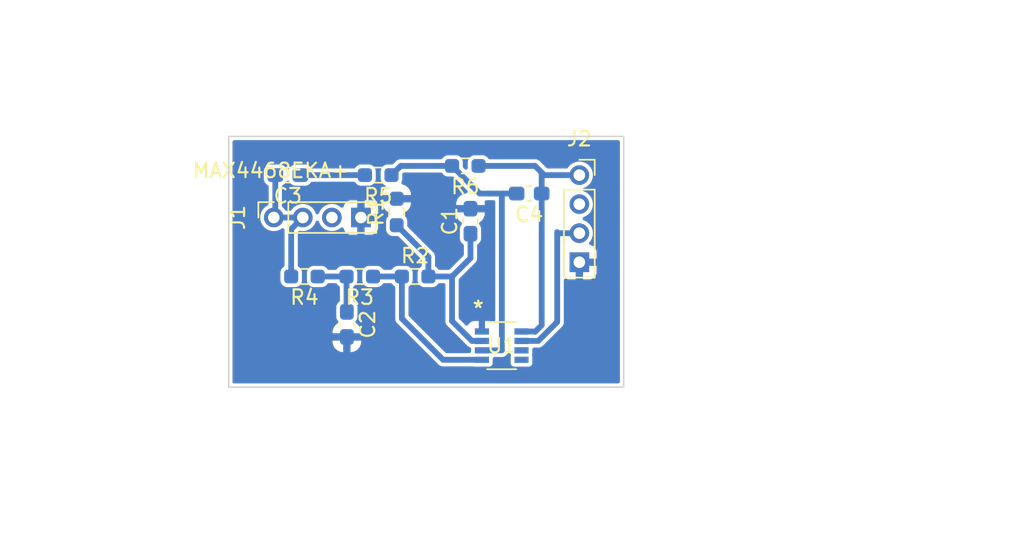
<source format=kicad_pcb>
(kicad_pcb (version 20211014) (generator pcbnew)
  (layers (0 "F.Cu" signal) (31 "B.Cu" signal) (34 "B.Paste" user) (35 "F.Paste" user) (36 "B.SilkS" user "B.Silkscreen") (37 "F.SilkS" user "F.Silkscreen") (38 "B.Mask" user) (39 "F.Mask" user) (44 "Edge.Cuts" user))
  (net 0 "")
  (net 1 "/IN+")
  (net 2 "Net-(R3-Pad2)")
  (net 3 "Net-(C3-Pad1)")
  (net 4 "/MICRO")
  (net 5 "/OUT")
  (net 6 "/IN-")
  (net 7 "GROUND")
  (net 8 "/Alim")
  (net 9 "/MIC_BIAS")
  (footprint "Resistor_SMD:R_0603_1608Metric_Pad0.98x0.95mm_HandSolder" (layer "F.Cu") (at 128.905 82.55 180)
    (fp_text reference "R4" (at 0 -1.43) (layer "F.SilkS"))
    (fp_text value "2.2k")
    (fp_line (start -0.254724 -0.5225) (end 0.254724 -0.5225) (layer "F.SilkS") (width 0.12))
    (fp_line (start -0.254724 0.5225) (end 0.254724 0.5225) (layer "F.SilkS") (width 0.12))
    (pad "1" smd roundrect (at -0.9125 0 180) (size 0.975 0.95) (layers "B.Cu" "F.Paste" "F.Mask") (net 2 "Net-(R3-Pad2)"))
    (pad "2" smd roundrect (at 0.9125 0 180) (size 0.975 0.95) (layers "B.Cu" "F.Paste" "F.Mask") (net 4 "/MICRO"))
  )
  (footprint "Resistor_SMD:R_0603_1608Metric_Pad0.98x0.95mm_HandSolder" (layer "F.Cu") (at 136.525 82.55)
    (fp_text reference "R2" (at 0 -1.43) (layer "F.SilkS"))
    (fp_text value "100k")
    (fp_line (start -0.254724 0.5225) (end 0.254724 0.5225) (layer "F.SilkS") (width 0.12))
    (fp_line (start -0.254724 -0.5225) (end 0.254724 -0.5225) (layer "F.SilkS") (width 0.12))
    (pad "1" smd roundrect (at -0.9125 0) (size 0.975 0.95) (layers "B.Cu" "F.Paste" "F.Mask") (net 9 "/MIC_BIAS"))
    (pad "2" smd roundrect (at 0.9125 0) (size 0.975 0.95) (layers "B.Cu" "F.Paste" "F.Mask") (net 1 "/IN+"))
  )
  (footprint "Resistor_SMD:R_0603_1608Metric_Pad0.98x0.95mm_HandSolder" (layer "F.Cu") (at 132.715 82.55 180)
    (fp_text reference "R3" (at 0 -1.43) (layer "F.SilkS"))
    (fp_text value "1k")
    (fp_line (start -0.254724 -0.5225) (end 0.254724 -0.5225) (layer "F.SilkS") (width 0.12))
    (fp_line (start -0.254724 0.5225) (end 0.254724 0.5225) (layer "F.SilkS") (width 0.12))
    (pad "1" smd roundrect (at -0.9125 0 180) (size 0.975 0.95) (layers "B.Cu" "F.Paste" "F.Mask") (net 9 "/MIC_BIAS"))
    (pad "2" smd roundrect (at 0.9125 0 180) (size 0.975 0.95) (layers "B.Cu" "F.Paste" "F.Mask") (net 2 "Net-(R3-Pad2)"))
  )
  (footprint "Capacitor_SMD:C_0603_1608Metric_Pad1.08x0.95mm_HandSolder" (layer "F.Cu") (at 127.762 75.565 180)
    (fp_text reference "C3" (at 0 -1.43) (layer "F.SilkS"))
    (fp_text value "0.1uF")
    (fp_line (start -0.146267 -0.51) (end 0.146267 -0.51) (layer "F.SilkS") (width 0.12))
    (fp_line (start -0.146267 0.51) (end 0.146267 0.51) (layer "F.SilkS") (width 0.12))
    (pad "1" smd roundrect (at -0.8625 0 180) (size 1.075 0.95) (layers "B.Cu" "F.Paste" "F.Mask") (net 3 "Net-(C3-Pad1)"))
    (pad "2" smd roundrect (at 0.8625 0 180) (size 1.075 0.95) (layers "B.Cu" "F.Paste" "F.Mask") (net 4 "/MICRO"))
  )
  (footprint "Resistor_SMD:R_0603_1608Metric_Pad0.98x0.95mm_HandSolder" (layer "F.Cu") (at 139.9775 74.93 180)
    (fp_text reference "R6" (at 0 -1.43) (layer "F.SilkS"))
    (fp_text value "200k")
    (fp_line (start -0.254724 0.5225) (end 0.254724 0.5225) (layer "F.SilkS") (width 0.12))
    (fp_line (start -0.254724 -0.5225) (end 0.254724 -0.5225) (layer "F.SilkS") (width 0.12))
    (pad "1" smd roundrect (at -0.9125 0 180) (size 0.975 0.95) (layers "B.Cu" "F.Paste" "F.Mask") (net 5 "/OUT"))
    (pad "2" smd roundrect (at 0.9125 0 180) (size 0.975 0.95) (layers "B.Cu" "F.Paste" "F.Mask") (net 6 "/IN-"))
  )
  (footprint "Resistor_SMD:R_0603_1608Metric_Pad0.98x0.95mm_HandSolder" (layer "F.Cu") (at 135.255 78.105 90)
    (fp_text reference "R1" (at 0 -1.43 90) (layer "F.SilkS"))
    (fp_text value "100k")
    (fp_line (start -0.254724 -0.5225) (end 0.254724 -0.5225) (layer "F.SilkS") (width 0.12))
    (fp_line (start -0.254724 0.5225) (end 0.254724 0.5225) (layer "F.SilkS") (width 0.12))
    (pad "1" smd roundrect (at -0.9125 0 90) (size 0.975 0.95) (layers "B.Cu" "F.Paste" "F.Mask") (net 1 "/IN+"))
    (pad "2" smd roundrect (at 0.9125 0 90) (size 0.975 0.95) (layers "B.Cu" "F.Paste" "F.Mask") (net 7 "GROUND"))
  )
  (footprint "Capacitor_SMD:C_0603_1608Metric_Pad1.08x0.95mm_HandSolder" (layer "F.Cu") (at 144.3725 76.835 180)
    (fp_text reference "C4" (at 0 -1.43) (layer "F.SilkS"))
    (fp_text value "47pF")
    (fp_line (start -0.146267 0.51) (end 0.146267 0.51) (layer "F.SilkS") (width 0.12))
    (fp_line (start -0.146267 -0.51) (end 0.146267 -0.51) (layer "F.SilkS") (width 0.12))
    (pad "1" smd roundrect (at -0.8625 0 180) (size 1.075 0.95) (layers "B.Cu" "F.Paste" "F.Mask") (net 5 "/OUT"))
    (pad "2" smd roundrect (at 0.8625 0 180) (size 1.075 0.95) (layers "B.Cu" "F.Paste" "F.Mask") (net 6 "/IN-"))
  )
  (footprint "Resistor_SMD:R_0603_1608Metric_Pad0.98x0.95mm_HandSolder" (layer "F.Cu") (at 133.985 75.565 180)
    (fp_text reference "R5" (at 0 -1.43) (layer "F.SilkS"))
    (fp_text value "20k")
    (fp_line (start -0.254724 0.5225) (end 0.254724 0.5225) (layer "F.SilkS") (width 0.12))
    (fp_line (start -0.254724 -0.5225) (end 0.254724 -0.5225) (layer "F.SilkS") (width 0.12))
    (pad "1" smd roundrect (at -0.9125 0 180) (size 0.975 0.95) (layers "B.Cu" "F.Paste" "F.Mask") (net 6 "/IN-"))
    (pad "2" smd roundrect (at 0.9125 0 180) (size 0.975 0.95) (layers "B.Cu" "F.Paste" "F.Mask") (net 3 "Net-(C3-Pad1)"))
  )
  (footprint "MAX4468:MAX4468EKA&plus_" (layer "F.Cu") (at 142.483425 87.3125)
    (fp_text reference "U1" (at 0 0) (layer "F.SilkS"))
    (fp_text value "MAX4468EKA+" (at -15.875 -12.065) (layer "F.SilkS"))
    (fp_text user "*" (at -1.617149 -2.549) (layer "F.SilkS"))
    (fp_text user "*" (at -1.617149 -2.549) (layer "F.SilkS"))
    (fp_line (start -1.0033 1.6256) (end 1.0033 1.6256) (layer "F.SilkS") (width 0.12))
    (fp_line (start 1.0033 -1.6256) (end -1.0033 -1.6256) (layer "F.SilkS") (width 0.12))
    (pad "1" smd rect locked (at -1.363149 -0.974999) (size 0.973699 0.431) (layers "B.Cu" "F.Paste" "F.Mask") (net 7 "GROUND"))
    (pad "2" smd rect locked (at -1.363149 -0.325001) (size 0.973699 0.431) (layers "B.Cu" "F.Paste" "F.Mask") (net 1 "/IN+"))
    (pad "3" smd rect locked (at -1.363149 0.325001) (size 0.973699 0.431) (layers "B.Cu" "F.Paste" "F.Mask") (net 6 "/IN-"))
    (pad "4" smd rect locked (at -1.363149 0.974999) (size 0.973699 0.431) (layers "B.Cu" "F.Paste" "F.Mask") (net 9 "/MIC_BIAS"))
    (pad "5" smd rect locked (at 1.363149 0.974999) (size 0.973699 0.431) (layers "B.Cu" "F.Paste" "F.Mask"))
    (pad "6" smd rect locked (at 1.363149 0.325001) (size 0.973699 0.431) (layers "B.Cu" "F.Paste" "F.Mask"))
    (pad "7" smd rect locked (at 1.363149 -0.325001) (size 0.973699 0.431) (layers "B.Cu" "F.Paste" "F.Mask") (net 8 "/Alim"))
    (pad "8" smd rect locked (at 1.363149 -0.974999) (size 0.973699 0.431) (layers "B.Cu" "F.Paste" "F.Mask") (net 5 "/OUT"))
  )
  (footprint "Capacitor_SMD:C_0603_1608Metric_Pad1.08x0.95mm_HandSolder" (layer "F.Cu") (at 140.335 78.74 90)
    (fp_text reference "C1" (at 0 -1.43 90) (layer "F.SilkS"))
    (fp_text value "0.01uF")
    (fp_line (start -0.146267 0.51) (end 0.146267 0.51) (layer "F.SilkS") (width 0.12))
    (fp_line (start -0.146267 -0.51) (end 0.146267 -0.51) (layer "F.SilkS") (width 0.12))
    (pad "1" smd roundrect (at -0.8625 0 90) (size 1.075 0.95) (layers "B.Cu" "F.Paste" "F.Mask") (net 1 "/IN+"))
    (pad "2" smd roundrect (at 0.8625 0 90) (size 1.075 0.95) (layers "B.Cu" "F.Paste" "F.Mask") (net 7 "GROUND"))
  )
  (footprint "Connector_PinSocket_2.00mm:PinSocket_1x04_P2.00mm_Vertical" (layer "F.Cu") (at 126.794 78.486 90)
    (fp_text reference "J1" (at 0 -2.5 90) (layer "F.SilkS"))
    (fp_text value "Jack")
    (fp_line (start -1.06 1) (end -1.06 7.06) (layer "F.SilkS") (width 0.12))
    (fp_line (start 1.06 1) (end 1.06 7.06) (layer "F.SilkS") (width 0.12))
    (fp_line (start -1.06 7.06) (end 1.06 7.06) (layer "F.SilkS") (width 0.12))
    (fp_line (start 1.06 -1.06) (end 1.06 0) (layer "F.SilkS") (width 0.12))
    (fp_line (start -1.06 1) (end 1.06 1) (layer "F.SilkS") (width 0.12))
    (fp_line (start 0 -1.06) (end 1.06 -1.06) (layer "F.SilkS") (width 0.12))
    (pad "1" thru_hole circle (at 0 0 90) (size 1.35 1.35) (drill 0.8) (layers *.Cu *.Mask) (net 4 "/MICRO"))
    (pad "2" thru_hole oval (at 0 2 90) (size 1.35 1.35) (drill 0.8) (layers *.Cu *.Mask) (net 4 "/MICRO"))
    (pad "3" thru_hole circle (at 0 4 90) (size 1.35 1.35) (drill 0.8) (layers *.Cu *.Mask))
    (pad "4" thru_hole rect (at 0 6 90) (size 1.35 1.35) (drill 0.8) (layers *.Cu *.Mask) (net 7 "GROUND"))
  )
  (footprint "Capacitor_SMD:C_0603_1608Metric_Pad1.08x0.95mm_HandSolder" (layer "F.Cu") (at 131.826 85.852 -90)
    (fp_text reference "C2" (at 0 -1.43 90) (layer "F.SilkS"))
    (fp_text value "10u")
    (fp_line (start -0.146267 0.51) (end 0.146267 0.51) (layer "F.SilkS") (width 0.12))
    (fp_line (start -0.146267 -0.51) (end 0.146267 -0.51) (layer "F.SilkS") (width 0.12))
    (pad "1" smd roundrect (at -0.8625 0 270) (size 1.075 0.95) (layers "B.Cu" "F.Paste" "F.Mask") (net 2 "Net-(R3-Pad2)"))
    (pad "2" smd roundrect (at 0.8625 0 270) (size 1.075 0.95) (layers "B.Cu" "F.Paste" "F.Mask") (net 7 "GROUND"))
  )
  (footprint "Connector_PinSocket_2.00mm:PinSocket_1x04_P2.00mm_Vertical" (layer "F.Cu") (at 147.828 75.565)
    (fp_text reference "J2" (at 0 -2.5) (layer "F.SilkS"))
    (fp_text value "Nano")
    (fp_line (start 1.06 -1.06) (end 1.06 0) (layer "F.SilkS") (width 0.12))
    (fp_line (start -1.06 1) (end -1.06 7.06) (layer "F.SilkS") (width 0.12))
    (fp_line (start -1.06 1) (end 1.06 1) (layer "F.SilkS") (width 0.12))
    (fp_line (start 0 -1.06) (end 1.06 -1.06) (layer "F.SilkS") (width 0.12))
    (fp_line (start 1.06 1) (end 1.06 7.06) (layer "F.SilkS") (width 0.12))
    (fp_line (start -1.06 7.06) (end 1.06 7.06) (layer "F.SilkS") (width 0.12))
    (pad "1" thru_hole circle (at 0 0) (size 1.35 1.35) (drill 0.8) (layers *.Cu *.Mask) (net 5 "/OUT"))
    (pad "2" thru_hole circle (at 0 2) (size 1.35 1.35) (drill 0.8) (layers *.Cu *.Mask))
    (pad "3" thru_hole oval (at 0 4) (size 1.35 1.35) (drill 0.8) (layers *.Cu *.Mask) (net 8 "/Alim"))
    (pad "4" thru_hole rect (at 0 6) (size 1.35 1.35) (drill 0.8) (layers *.Cu *.Mask) (net 7 "GROUND"))
  )
  (gr_line (start 123.698 72.898) (end 150.876 72.898) (layer "Edge.Cuts") (width 0.1))
  (gr_line (start 150.876 72.898) (end 150.876 90.17) (layer "Edge.Cuts") (width 0.1))
  (gr_line (start 123.698 90.17) (end 123.698 72.898) (layer "Edge.Cuts") (width 0.1))
  (gr_line (start 150.876 90.17) (end 123.698 90.17) (layer "Edge.Cuts") (width 0.1))
  (segment (start 137.4375 82.55) (end 139.065 82.55) (width 0.4) (layer "B.Cu") (net 1))
  (segment (start 139.065 82.55) (end 140.335 81.28) (width 0.4) (layer "B.Cu") (net 1))
  (segment (start 140.433427 86.987499) (end 141.120276 86.987499) (width 0.4) (layer "B.Cu") (net 1))
  (segment (start 139.065 85.619072) (end 140.433427 86.987499) (width 0.4) (layer "B.Cu") (net 1))
  (segment (start 137.4375 81.2) (end 137.4375 82.55) (width 0.4) (layer "B.Cu") (net 1))
  (segment (start 140.335 81.28) (end 140.335 79.6025) (width 0.4) (layer "B.Cu") (net 1))
  (segment (start 139.065 82.55) (end 139.065 85.619072) (width 0.4) (layer "B.Cu") (net 1))
  (segment (start 135.255 79.0175) (end 137.4375 81.2) (width 0.4) (layer "B.Cu") (net 1))
  (segment (start 131.8025 84.966) (end 131.826 84.9895) (width 0.4) (layer "B.Cu") (net 2))
  (segment (start 131.8025 82.55) (end 131.8025 84.966) (width 0.4) (layer "B.Cu") (net 2))
  (segment (start 129.8175 82.55) (end 131.8025 82.55) (width 0.4) (layer "B.Cu") (net 2))
  (segment (start 129.1325 75.565) (end 133.0725 75.565) (width 0.4) (layer "B.Cu") (net 3))
  (segment (start 128.794 78.486) (end 127.9925 79.2875) (width 0.4) (layer "B.Cu") (net 4))
  (segment (start 126.8995 78.3805) (end 126.794 78.486) (width 0.4) (layer "B.Cu") (net 4))
  (segment (start 128.016 82.5265) (end 127.9925 82.55) (width 0.4) (layer "B.Cu") (net 4))
  (segment (start 127.9925 79.2875) (end 127.9925 82.55) (width 0.4) (layer "B.Cu") (net 4))
  (segment (start 126.8995 75.565) (end 126.8995 78.3805) (width 0.4) (layer "B.Cu") (net 4))
  (segment (start 126.794 78.486) (end 128.794 78.486) (width 0.4) (layer "B.Cu") (net 4))
  (segment (start 145.235 75.385) (end 145.415 75.565) (width 0.4) (layer "B.Cu") (net 5))
  (segment (start 143.846574 86.337501) (end 144.757501 86.337501) (width 0.4) (layer "B.Cu") (net 5))
  (segment (start 145.235 79.83) (end 145.235 76.835) (width 0.4) (layer "B.Cu") (net 5))
  (segment (start 144.78 74.93) (end 145.235 75.385) (width 0.4) (layer "B.Cu") (net 5))
  (segment (start 144.757501 86.337501) (end 144.78 86.36) (width 0.4) (layer "B.Cu") (net 5))
  (segment (start 145.415 75.565) (end 147.828 75.565) (width 0.4) (layer "B.Cu") (net 5))
  (segment (start 145.235 75.385) (end 145.235 76.835) (width 0.4) (layer "B.Cu") (net 5))
  (segment (start 145.235 85.905) (end 145.235 79.83) (width 0.4) (layer "B.Cu") (net 5))
  (segment (start 140.89 74.93) (end 144.78 74.93) (width 0.4) (layer "B.Cu") (net 5))
  (segment (start 144.78 86.36) (end 145.235 85.905) (width 0.4) (layer "B.Cu") (net 5))
  (segment (start 134.8975 75.565) (end 135.5325 74.93) (width 0.4) (layer "B.Cu") (net 6))
  (segment (start 142.486499 87.637501) (end 141.120276 87.637501) (width 0.4) (layer "B.Cu") (net 6))
  (segment (start 140.97 76.835) (end 141.605 76.835) (width 0.4) (layer "B.Cu") (net 6))
  (segment (start 141.605 76.835) (end 142.621 76.835) (width 0.4) (layer "B.Cu") (net 6))
  (segment (start 139.065 74.93) (end 140.97 76.835) (width 0.4) (layer "B.Cu") (net 6))
  (segment (start 135.5325 74.93) (end 139.065 74.93) (width 0.4) (layer "B.Cu") (net 6))
  (segment (start 142.621 76.835) (end 143.51 76.835) (width 0.4) (layer "B.Cu") (net 6))
  (segment (start 142.494 76.962) (end 142.494 87.63) (width 0.4) (layer "B.Cu") (net 6))
  (segment (start 142.494 87.63) (end 142.486499 87.637501) (width 0.4) (layer "B.Cu") (net 6))
  (segment (start 142.621 76.835) (end 142.494 76.962) (width 0.4) (layer "B.Cu") (net 6))
  (segment (start 146.367 79.565) (end 146.304 79.502) (width 0.4) (layer "B.Cu") (net 8))
  (segment (start 146.304 85.684528) (end 145.001029 86.987499) (width 0.4) (layer "B.Cu") (net 8))
  (segment (start 147.828 79.565) (end 146.367 79.565) (width 0.4) (layer "B.Cu") (net 8))
  (segment (start 146.304 79.502) (end 146.304 85.684528) (width 0.4) (layer "B.Cu") (net 8))
  (segment (start 145.001029 86.987499) (end 143.846574 86.987499) (width 0.4) (layer "B.Cu") (net 8))
  (segment (start 138.452499 88.287499) (end 141.120276 88.287499) (width 0.4) (layer "B.Cu") (net 9))
  (segment (start 135.6125 85.4475) (end 138.452499 88.287499) (width 0.4) (layer "B.Cu") (net 9))
  (segment (start 135.6125 82.55) (end 135.6125 85.4475) (width 0.4) (layer "B.Cu") (net 9))
  (segment (start 133.6275 82.55) (end 135.128 82.55) (width 0.4) (layer "B.Cu") (net 9))
  (zone (net 7) (net_name "GROUND") (layer "B.Cu") (connect_pads (clearance 0.254)) (min_thickness 0.254) (fill yes (thermal_gap 0.508) (thermal_bridge_width 0.508))
    (polygon (pts (xy 178.435 100.965) (xy 108.585 101.6) (xy 107.95 63.5) (xy 177.8 63.5)))
  )
)
</source>
